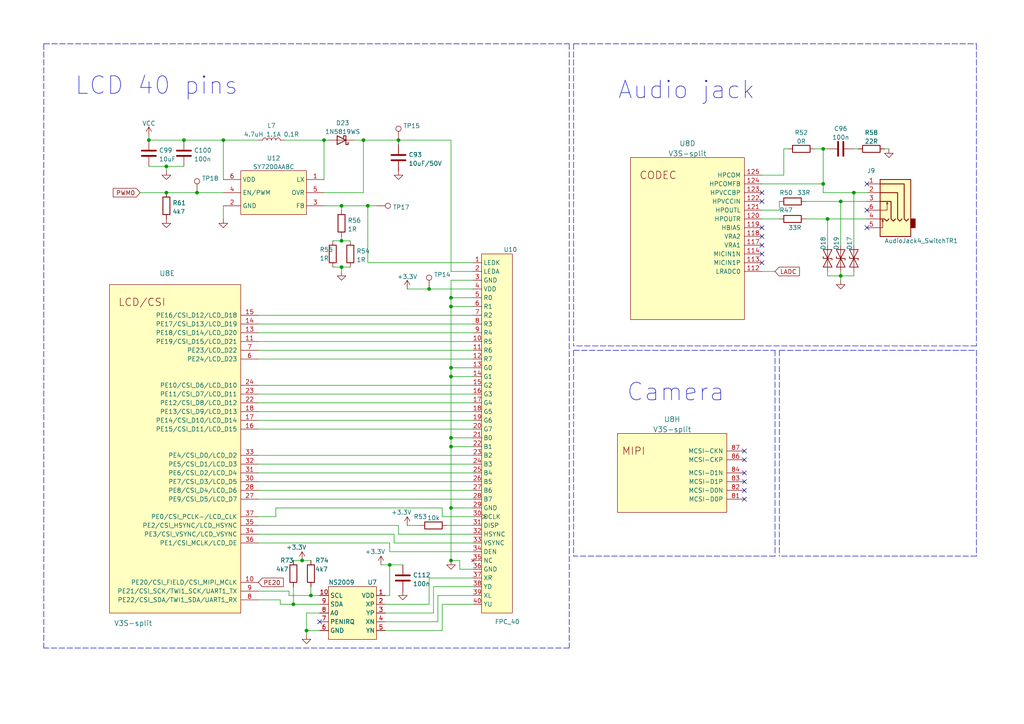
<source format=kicad_sch>
(kicad_sch (version 20211123) (generator eeschema)
  (paper "A4")
  (title_block (title "OzzyBoard Rev B") (date "2024-01-15") (rev "0.92"))
  (lib_symbols
    (symbol "Allwinner:V3S-split" (pin_names (offset 1.016))
      (property "Reference" "U1" (at -2.54 68.879 0))
      (property "Value" "V3S-split" (at -20.32 -34.29 0))
      (symbol "V3S-split_1_0"
        (text "Power" (at -16.51 60.96 0) (effects (font (size 2.159 2.159)) (justify left bottom)))
        (pin power_in line (at 19.05 33.02 180) (length 5.08) (name "VCC-IO0") (number "104"))
        (pin power_in line (at 19.05 49.53 180) (length 5.08) (name "VDD-SYS1") (number "108"))
        (pin power_in line (at -22.86 31.75 0) (length 5.08) (name "AVCC") (number "115"))
        (pin power_in line (at -22.86 29.21 0) (length 5.08) (name "AGND") (number "116"))
        (pin power_in line (at 19.05 -5.08 180) (length 5.08) (name "VCC-PE0") (number "12"))
        (pin power_in line (at 19.05 46.99 180) (length 5.08) (name "VDD-SYS2") (number "126"))
        (pin power_in line (at 19.05 30.48 180) (length 5.08) (name "VCC-IO1") (number "127"))
        (pin power_in line (at 19.05 44.45 180) (length 5.08) (name "VDD-SYS3") (number "19"))
        (pin power_in line (at -22.86 49.53 0) (length 5.08) (name "VDD-CPU3") (number "20"))
        (pin power_in line (at -22.86 52.07 0) (length 5.08) (name "VDD-CPU2") (number "21"))
        (pin power_in line (at -22.86 54.61 0) (length 5.08) (name "VDD-CPU1") (number "25"))
        (pin power_in line (at -22.86 57.15 0) (length 5.08) (name "VDD-CPU0") (number "26"))
        (pin power_in line (at 19.05 -7.62 180) (length 5.08) (name "VCC-PE1") (number "29"))
        (pin power_in line (at -22.86 46.99 0) (length 5.08) (name "VDD-CPU4") (number "38"))
        (pin power_in line (at -22.86 44.45 0) (length 5.08) (name "VDD-CPU5") (number "47"))
        (pin power_in line (at 19.05 25.4 180) (length 5.08) (name "VCC-IO3") (number "50"))
        (pin power_in line (at -22.86 41.91 0) (length 5.08) (name "VDD-CPU6") (number "51"))
        (pin power_in line (at -22.86 39.37 0) (length 5.08) (name "VDD-CPU7") (number "56"))
        (pin power_in line (at 19.05 27.94 180) (length 5.08) (name "VCC-IO2") (number "57"))
        (pin power_in line (at 19.05 41.91 180) (length 5.08) (name "VDD-SYS4") (number "58"))
        (pin power_in line (at -22.86 -30.48 0) (length 5.08) (name "VCC-DRAM8") (number "59"))
        (pin power_in line (at -22.86 -33.02 0) (length 5.08) (name "VCC-DRAM9") (number "60"))
        (pin power_in line (at -22.86 -35.56 0) (length 5.08) (name "VCC-DRAM10") (number "61"))
        (pin power_in line (at -22.86 -38.1 0) (length 5.08) (name "VCC-DRAM11") (number "62"))
        (pin passive line (at -22.86 20.32 0) (length 5.08) (name "SVREF1") (number "63"))
        (pin power_in line (at 19.05 39.37 180) (length 5.08) (name "VDD-SYS5") (number "64"))
        (pin power_in line (at -22.86 -10.16 0) (length 5.08) (name "VCC-DRAM0") (number "65"))
        (pin power_in line (at -22.86 -12.7 0) (length 5.08) (name "VCC-DRAM1") (number "66"))
        (pin power_in line (at -22.86 -15.24 0) (length 5.08) (name "VCC-DRAM2") (number "67"))
        (pin power_in line (at -22.86 -17.78 0) (length 5.08) (name "VCC-DRAM3") (number "68"))
        (pin power_in line (at -22.86 -20.32 0) (length 5.08) (name "VCC-DRAM4") (number "69"))
        (pin power_in line (at -22.86 -22.86 0) (length 5.08) (name "VCC-DRAM5") (number "70"))
        (pin passive line (at -22.86 22.86 0) (length 5.08) (name "SVREF0") (number "71"))
        (pin power_in line (at -22.86 -25.4 0) (length 5.08) (name "VCC-DRAM6") (number "72"))
        (pin passive line (at 19.05 -12.7 180) (length 5.08) (name "SZQ") (number "73"))
        (pin power_in line (at 19.05 3.81 180) (length 5.08) (name "VCC-PLL") (number "76"))
        (pin power_in line (at -22.86 -27.94 0) (length 5.08) (name "VCC-DRAM7") (number "79"))
        (pin power_in line (at 19.05 52.07 180) (length 5.08) (name "VDD-SYS0") (number "80"))
        (pin input line (at 19.05 6.35 180) (length 5.08) (name "VCC-MCSI") (number "85"))
        (pin passive line (at -22.86 2.54 0) (length 5.08) (name "EPHY-VDD") (number "88"))
        (pin passive line (at -22.86 5.08 0) (length 5.08) (name "EPHY-VCC") (number "93"))
        (pin passive line (at 19.05 13.97 180) (length 5.08) (name "RTC-VIO") (number "97"))
        (pin power_in line (at 19.05 16.51 180) (length 5.08) (name "VCC-RTC") (number "98"))
        (pin input inverted (at 19.05 62.23 180) (length 5.08) (name "RESET") (number "99"))
        (pin power_in line (at 19.05 -38.1 180) (length 5.08) (name "EGND") (number "GND$1"))
        (pin power_in line (at 19.05 -35.56 180) (length 5.08) (name "EGND") (number "GND$2"))
        (pin power_in line (at 19.05 -33.02 180) (length 5.08) (name "EGND") (number "GND$3"))
        (pin power_in line (at 19.05 -30.48 180) (length 5.08) (name "EGND") (number "GND$4"))
        (pin power_in line (at 19.05 -27.94 180) (length 5.08) (name "EGND") (number "GND$5"))
        (pin power_in line (at 19.05 -25.4 180) (length 5.08) (name "EGND") (number "GND$6"))
        (pin power_in line (at 19.05 -22.86 180) (length 5.08) (name "EGND") (number "GND$7"))
        (pin power_in line (at 19.05 -20.32 180) (length 5.08) (name "EGND") (number "GND$8"))
        (pin power_in line (at 19.05 -17.78 180) (length 5.08) (name "EGND") (number "GND$9"))
      )
      (symbol "V3S-split_1_1"
        (rectangle (start -17.78 66.04) (end 13.97 -45.72) (stroke (width 0.1524)) (fill (type background)))
      )
      (symbol "V3S-split_2_0"
        (text "SDC0/UART0" (at -16.51 55.88 0) (effects (font (size 2.159 2.159)) (justify left bottom)))
        (pin bidirectional line (at 19.05 31.75 180) (length 5.08) (name "PF6") (number "100"))
        (pin bidirectional line (at 19.05 46.99 180) (length 5.08) (name "PF5/SDC0_D2/JTAG_CK1") (number "101"))
        (pin bidirectional line (at 19.05 44.45 180) (length 5.08) (name "PF4/SDC0_D3/UART0_RX") (number "102"))
        (pin bidirectional line (at 19.05 39.37 180) (length 5.08) (name "PF3/SDC0_CMD/JTAG_DO1") (number "103"))
        (pin bidirectional line (at 19.05 36.83 180) (length 5.08) (name "PF2/SDC0_CLK/UART0_TX") (number "105"))
        (pin bidirectional line (at 19.05 52.07 180) (length 5.08) (name "PF1/SDC0_D0/JTAG_DI1") (number "106"))
        (pin bidirectional line (at 19.05 49.53 180) (length 5.08) (name "PF0/SDC0_D1/JTAG_MS1") (number "107"))
      )
      (symbol "V3S-split_2_1"
        (rectangle (start -17.78 64.77) (end 13.97 27.94) (stroke (width 0.1524)) (fill (type background)))
      )
      (symbol "V3S-split_3_0"
        (text "PG/SDC1" (at -10.16 58.42 0) (effects (font (size 2.159 2.159)) (justify left bottom)))
        (pin bidirectional line (at 19.05 44.45 180) (length 5.08) (name "PG4/SDC1_D2/PG_EINT4") (number "1"))
        (pin bidirectional line (at 19.05 41.91 180) (length 5.08) (name "PG5/SDC1_D3/PG_EINT5") (number "128"))
        (pin bidirectional line (at 19.05 46.99 180) (length 5.08) (name "PG3/SDC1_D1/PG_EINT3") (number "2"))
        (pin bidirectional line (at 19.05 49.53 180) (length 5.08) (name "PG2/SDC1_D0/PG_EINT2") (number "3"))
        (pin bidirectional line (at 19.05 52.07 180) (length 5.08) (name "PG1/SDC1_CMD/PG_EINT1") (number "4"))
        (pin bidirectional line (at 19.05 54.61 180) (length 5.08) (name "PG0/SDC1_CLK/PG_EINT0") (number "5"))
      )
      (symbol "V3S-split_3_1"
        (rectangle (start -17.78 64.77) (end 13.97 38.1) (stroke (width 0.1524)) (fill (type background)))
      )
      (symbol "V3S-split_4_0"
        (text "CODEC" (at -15.24 58.42 0) (effects (font (size 2.159 2.159)) (justify left bottom)))
        (pin passive line (at 20.32 31.75 180) (length 5.08) (name "LRADC0") (number "112"))
        (pin passive line (at 20.32 34.29 180) (length 5.08) (name "MICIN1P") (number "113"))
        (pin passive line (at 20.32 36.83 180) (length 5.08) (name "MICIN1N") (number "114"))
        (pin power_out line (at 20.32 39.37 180) (length 5.08) (name "VRA1") (number "117"))
        (pin power_out line (at 20.32 41.91 180) (length 5.08) (name "VRA2") (number "118"))
        (pin passive line (at 20.32 44.45 180) (length 5.08) (name "HBIAS") (number "119"))
        (pin passive line (at 20.32 46.99 180) (length 5.08) (name "HPOUTR") (number "120"))
        (pin passive line (at 20.32 49.53 180) (length 5.08) (name "HPOUTL") (number "121"))
        (pin power_in line (at 20.32 52.07 180) (length 5.08) (name "HPVCCIN") (number "122"))
        (pin power_out line (at 20.32 54.61 180) (length 5.08) (name "HPVCCBP") (number "123"))
        (pin passive line (at 20.32 57.15 180) (length 5.08) (name "HPCOMFB") (number "124"))
        (pin passive line (at 20.32 59.69 180) (length 5.08) (name "HPCOM") (number "125"))
      )
      (symbol "V3S-split_4_1"
        (rectangle (start -17.78 64.77) (end 15.24 17.78) (stroke (width 0.1524)) (fill (type background)))
      )
      (symbol "V3S-split_5_0"
        (text "LCD/CSI" (at -19.05 58.42 0) (effects (font (size 2.159 2.159)) (justify left bottom)))
        (pin bidirectional line (at 21.59 -21.59 180) (length 5.08) (name "PE20/CSI_FIELD/CSI_MIPI_MCLK") (number "10"))
        (pin bidirectional line (at 21.59 48.26 180) (length 5.08) (name "PE19/CSI_D15/LCD_D21") (number "11"))
        (pin bidirectional line (at 21.59 50.8 180) (length 5.08) (name "PE18/CSI_D14/LCD_D20") (number "13"))
        (pin bidirectional line (at 21.59 53.34 180) (length 5.08) (name "PE17/CSI_D13/LCD_D19") (number "14"))
        (pin bidirectional line (at 21.59 55.88 180) (length 5.08) (name "PE16/CSI_D12/LCD_D18") (number "15"))
        (pin bidirectional line (at 21.59 22.86 180) (length 5.08) (name "PE15/CSI_D11/LCD_D15") (number "16"))
        (pin bidirectional line (at 21.59 25.4 180) (length 5.08) (name "PE14/CSI_D10/LCD_D14") (number "17"))
        (pin bidirectional line (at 21.59 27.94 180) (length 5.08) (name "PE13/CSI_D9/LCD_D13") (number "18"))
        (pin bidirectional line (at 21.59 30.48 180) (length 5.08) (name "PE12/CSI_D8/LCD_D12") (number "22"))
        (pin bidirectional line (at 21.59 33.02 180) (length 5.08) (name "PE11/CSI_D7/LCD_D11") (number "23"))
        (pin bidirectional line (at 21.59 35.56 180) (length 5.08) (name "PE10/CSI_D6/LCD_D10") (number "24"))
        (pin bidirectional line (at 21.59 2.54 180) (length 5.08) (name "PE9/CSI_D5/LCD_D7") (number "27"))
        (pin bidirectional line (at 21.59 5.08 180) (length 5.08) (name "PE8/CSI_D4/LCD_D6") (number "28"))
        (pin bidirectional line (at 21.59 7.62 180) (length 5.08) (name "PE7/CSI_D3/LCD_D5") (number "30"))
        (pin bidirectional line (at 21.59 10.16 180) (length 5.08) (name "PE6/CSI_D2/LCD_D4") (number "31"))
        (pin bidirectional line (at 21.59 12.7 180) (length 5.08) (name "PE5/CSI_D1/LCD_D3") (number "32"))
        (pin bidirectional line (at 21.59 15.24 180) (length 5.08) (name "PE4/CSI_D0/LCD_D2") (number "33"))
        (pin bidirectional line (at 21.59 -7.62 180) (length 5.08) (name "PE3/CSI_VSYNC/LCD_VSYNC") (number "34"))
        (pin bidirectional line (at 21.59 -5.08 180) (length 5.08) (name "PE2/CSI_HSYNC/LCD_HSYNC") (number "35"))
        (pin bidirectional line (at 21.59 -10.16 180) (length 5.08) (name "PE1/CSI_MCLK/LCD_DE") (number "36"))
        (pin bidirectional line (at 21.59 -2.54 180) (length 5.08) (name "PE0/CSI_PCLK-/LCD_CLK") (number "37"))
        (pin bidirectional line (at 21.59 43.18 180) (length 5.08) (name "PE24/LCD_D23") (number "6"))
        (pin bidirectional line (at 21.59 45.72 180) (length 5.08) (name "PE23/LCD_D22") (number "7"))
        (pin bidirectional line (at 21.59 -26.67 180) (length 5.08) (name "PE22/CSI_SDA/TWI1_SDA/UART1_RX") (number "8"))
        (pin bidirectional line (at 21.59 -24.13 180) (length 5.08) (name "PE21/CSI_SCK/TWI1_SCK/UART1_TX") (number "9"))
      )
      (symbol "V3S-split_5_1"
        (rectangle (start -21.59 64.77) (end 16.51 -30.48) (stroke (width 0.1524)) (fill (type background)))
      )
      (symbol "V3S-split_6_0"
        (text "USB" (at -16.51 58.42 0) (effects (font (size 2.159 2.159)) (justify left bottom)))
        (pin power_in line (at 19.05 53.34 180) (length 5.08) (name "VCC-USB") (number "109"))
        (pin passive line (at 19.05 55.88 180) (length 5.08) (name "USB-DM") (number "110"))
        (pin passive line (at 19.05 58.42 180) (length 5.08) (name "USB-DP") (number "111"))
      )
      (symbol "V3S-split_6_1"
        (rectangle (start -17.78 64.77) (end 13.97 48.26) (stroke (width 0.1524)) (fill (type background)))
      )
      (symbol "V3S-split_7_0"
        (text "RTC" (at -16.51 58.42 0) (effects (font (size 2.159 2.159)) (justify left bottom)))
        (pin passive line (at 19.05 57.15 180) (length 5.08) (name "X32KOUT") (number "95"))
        (pin passive line (at 19.05 59.69 180) (length 5.08) (name "X32KIN") (number "96"))
      )
      (symbol "V3S-split_7_1"
        (rectangle (start -17.78 64.77) (end 13.97 53.34) (stroke (width 0.1524)) (fill (type background)))
      )
      (symbol "V3S-split_8_0"
        (rectangle (start -17.78 64.77) (end 13.97 41.91) (stroke (width 0.1524)) (fill (type background)))
        (text "MIPI" (at -16.51 58.42 0) (effects (font (size 2.159 2.159)) (justify left bottom)))
        (pin input line (at 19.05 45.72 180) (length 5.08) (name "MCSI-D0P") (number "81"))
        (pin input line (at 19.05 48.26 180) (length 5.08) (name "MCSI-D0N") (number "82"))
        (pin input line (at 19.05 50.8 180) (length 5.08) (name "MCSI-D1P") (number "83"))
        (pin input line (at 19.05 53.34 180) (length 5.08) (name "MCSI-D1N") (number "84"))
        (pin output line (at 19.05 57.15 180) (length 5.08) (name "MCSI-CKP") (number "86"))
        (pin output line (at 19.05 59.69 180) (length 5.08) (name "MCSI-CKN") (number "87"))
      )
      (symbol "V3S-split_9_0"
        (rectangle (start -17.78 64.77) (end 13.97 44.45) (stroke (width 0.1524)) (fill (type background)))
        (text "SPI" (at -15.24 58.42 0) (effects (font (size 2.159 2.159)) (justify left bottom)))
        (pin bidirectional line (at 19.05 48.26 180) (length 5.08) (name "PC0/SDC2_CLK/SPI_MISO") (number "52"))
        (pin bidirectional line (at 19.05 50.8 180) (length 5.08) (name "PC1/SDC2_CMD/SPI_CLK") (number "53"))
        (pin bidirectional line (at 19.05 53.34 180) (length 5.08) (name "PC2/SDC2_RST/SPI_CS") (number "54"))
        (pin bidirectional line (at 19.05 55.88 180) (length 5.08) (name "PC3/SDC2_D0/SPI_MOSI") (number "55"))
      )
      (symbol "V3S-split_10_0"
        (rectangle (start -17.78 64.77) (end 13.97 53.34) (stroke (width 0.1524)) (fill (type background)))
        (text "SYSCLK" (at -16.51 59.69 0) (effects (font (size 2.159 2.159)) (justify left bottom)))
        (pin passive line (at 19.05 55.88 180) (length 5.08) (name "X24MOUT") (number "74"))
        (pin passive line (at 19.05 58.42 180) (length 5.08) (name "X24MIN") (number "75"))
      )
      (symbol "V3S-split_11_0"
        (rectangle (start -22.86 64.77) (end 15.24 10.16) (stroke (width 0.1524)) (fill (type background)))
        (text "PWM0/1" (at -21.59 39.37 0) (effects (font (size 2.159 2.159)) (justify left bottom)))
        (text "TWI0/1" (at -21.59 27.94 0) (effects (font (size 2.159 2.159)) (justify left bottom)))
        (text "UART2" (at -21.59 57.15 0) (effects (font (size 2.159 2.159)) (justify left bottom)))
        (pin bidirectional line (at 20.32 46.99 180) (length 5.08) (name "PB0/UART2_TX/PB_EINT0") (number "39"))
        (pin bidirectional line (at 20.32 49.53 180) (length 5.08) (name "PB1/UART2_RX/PB_EINT1") (number "40"))
        (pin bidirectional line (at 20.32 52.07 180) (length 5.08) (name "PB2/UART2_RTS/PB_EINT2") (number "41"))
        (pin bidirectional line (at 20.32 54.61 180) (length 5.08) (name "PB3/UART2_CTS/PB_EINT3") (number "42"))
        (pin bidirectional line (at 20.32 34.29 180) (length 5.08) (name "PB4/PWM0/PB_EINT4") (number "43"))
        (pin bidirectional line (at 20.32 36.83 180) (length 5.08) (name "PB5/PWM1/PB_EINT5") (number "44"))
        (pin bidirectional line (at 20.32 15.24 180) (length 5.08) (name "PB6/TWI0_SCK/PB_EINT6") (number "45"))
        (pin bidirectional line (at 20.32 17.78 180) (length 5.08) (name "PB7/TWI0_SDA/PB_EINT7") (number "46"))
        (pin bidirectional line (at 20.32 22.86 180) (length 5.08) (name "PB8/TWI1_SCK/UART0_TX/PB_EINT8") (number "48"))
        (pin bidirectional line (at 20.32 25.4 180) (length 5.08) (name "PB9/TWI1_SDA/UART0_RX/PB_EINT9") (number "49"))
      )
      (symbol "V3S-split_12_0"
        (rectangle (start -17.78 64.77) (end 13.97 36.83) (stroke (width 0.1524)) (fill (type background)))
        (text "EPHY" (at -15.24 59.69 0) (effects (font (size 2.159 2.159)) (justify left bottom)))
        (pin passive line (at 19.05 40.64 180) (length 5.08) (name "EPHY-LINK-LED") (number "77"))
        (pin passive line (at 19.05 43.18 180) (length 5.08) (name "EPHY-SPD-LED") (number "78"))
        (pin passive line (at 19.05 48.26 180) (length 5.08) (name "EPHY-RXN") (number "89"))
        (pin passive line (at 19.05 50.8 180) (length 5.08) (name "EPHY-RXP") (number "90"))
        (pin passive line (at 19.05 53.34 180) (length 5.08) (name "EPHY-TXN") (number "91"))
        (pin passive line (at 19.05 55.88 180) (length 5.08) (name "EPHY-TXP") (number "92"))
        (pin passive line (at 19.05 58.42 180) (length 5.08) (name "EPHY-RTX") (number "94"))
      )
    )
    (symbol "Connector:AudioJack4_SwitchTR1"
      (property "Reference" "J6" (at 5.08 8.89 0))
      (property "Value" "AudioJack4_SwitchTR1" (at 0 -11.43 0))
      (symbol "AudioJack4_SwitchTR1_0_1"
        (rectangle (start -7.62 -5.08) (end -8.89 -7.62) (stroke (width 0.254)) (fill (type outline)))
        (polyline (pts (xy 1.27 -5.08) (xy 2.54 -5.08)))
        (polyline (pts (xy 1.27 2.54) (xy 2.54 2.54)))
        (polyline (pts (xy 2.54 0) (xy 1.27 0)))
        (polyline (pts (xy 2.54 5.08) (xy 1.27 5.08)))
        (rectangle (start 1.27 6.35) (end -7.62 -10.16) (stroke (width 0.254)) (fill (type background)))
      )
      (symbol "AudioJack4_SwitchTR1_1_1"
        (polyline (pts (xy -0.762 -0.254) (xy -0.508 -0.762)))
        (polyline (pts (xy 0.508 -5.334) (xy 0.762 -5.842)))
        (polyline (pts (xy -1.27 -5.08) (xy -0.635 -5.715) (xy 0 -5.08) (xy 1.27 -5.08)) (stroke (width 0.254)))
        (polyline (pts (xy 2.54 -7.62) (xy 0.508 -7.62) (xy 0.508 -5.334) (xy 0.254 -5.842)))
        (polyline (pts (xy 2.54 -2.54) (xy -0.762 -2.54) (xy -0.762 -0.254) (xy -1.016 -0.762)))
        (polyline (pts (xy -3.175 -5.08) (xy -2.54 -5.715) (xy -1.905 -5.08) (xy -1.905 0) (xy 1.27 0)) (stroke (width 0.254)))
        (polyline (pts (xy 1.27 2.54) (xy -3.81 2.54) (xy -3.81 -5.08) (xy -4.445 -5.715) (xy -5.08 -5.08)) (stroke (width 0.254)))
        (polyline (pts (xy 1.27 5.08) (xy -5.715 5.08) (xy -5.715 -5.08) (xy -6.35 -5.715) (xy -6.985 -5.08)) (stroke (width 0.254)))
        (pin passive line (at 5.08 5.08 180) (length 2.54) (name "~") (number "1"))
        (pin passive line (at 5.08 2.54 180) (length 2.54) (name "~") (number "2"))
        (pin passive line (at 5.08 0 180) (length 2.54) (name "~") (number "3"))
        (pin passive line (at 5.08 -5.08 180) (length 2.54) (name "~") (number "4"))
        (pin passive line (at 5.08 -7.62 180) (length 2.54) (name "~") (number "5"))
        (pin passive line (at 5.08 -2.54 180) (length 2.54) (name "~") (number "6"))
      )
    )
    (symbol "Connector:TestPoint" (pin_numbers hide) (pin_names (offset 0.762) hide)
      (property "Reference" "TP" (at 0 6.858 0))
      (property "Value" "TestPoint" (at 0 5.08 0))
      (symbol "TestPoint_0_1"
        (circle (center 0 3.302) (radius 0.762))
      )
      (symbol "TestPoint_1_1"
        (pin passive line (at 0 0 90) (length 2.54) (name "1") (number "1"))
      )
    )
    (symbol "Device:C" (pin_numbers hide) (pin_names (offset 0.254))
      (property "Reference" "C" (at 0.635 2.54 0))
      (property "Value" "C" (at 0.635 -2.54 0))
      (symbol "C_0_1"
        (polyline (pts (xy -2.032 -0.762) (xy 2.032 -0.762)) (stroke (width 0.508)))
        (polyline (pts (xy -2.032 0.762) (xy 2.032 0.762)) (stroke (width 0.508)))
      )
      (symbol "C_1_1"
        (pin passive line (at 0 3.81 270) (length 2.794) (name "~") (number "1"))
        (pin passive line (at 0 -3.81 90) (length 2.794) (name "~") (number "2"))
      )
    )
    (symbol "Device:L" (pin_numbers hide) (pin_names (offset 1.016) hide)
      (property "Reference" "L" (at -1.27 0 90))
      (property "Value" "L" (at 1.905 0 90))
      (symbol "L_0_1"
        (arc (start 0 -2.54) (mid 0.635 -1.905) (end 0 -1.27))
        (arc (start 0 -1.27) (mid 0.635 -0.635) (end 0 0))
        (arc (start 0 0) (mid 0.635 0.635) (end 0 1.27))
        (arc (start 0 1.27) (mid 0.635 1.905) (end 0 2.54))
      )
      (symbol "L_1_1"
        (pin passive line (at 0 3.81 270) (length 1.27) (name "1") (number "1"))
        (pin passive line (at 0 -3.81 90) (length 1.27) (name "2") (number "2"))
      )
    )
    (symbol "Device:R" (pin_numbers hide) (pin_names (offset 0))
      (property "Reference" "R" (at 2.032 0 90))
      (property "Value" "R" (at 0 0 90))
      (symbol "R_0_1"
        (rectangle (start -1.016 -2.54) (end 1.016 2.54) (stroke (width 0.254)))
      )
      (symbol "R_1_1"
        (pin passive line (at 0 3.81 270) (length 1.27) (name "~") (number "1"))
        (pin passive line (at 0 -3.81 90) (length 1.27) (name "~") (number "2"))
      )
    )
    (symbol "Diode:1N5819WS" (pin_numbers hide) (pin_names (offset 1.016) hide)
      (property "Reference" "D" (at 0 2.54 0))
      (property "Value" "1N5819WS" (at 0 -2.54 0))
      (symbol "1N5819WS_0_1"
        (polyline (pts (xy 1.27 0) (xy -1.27 0)))
        (polyline (pts (xy 1.27 1.27) (xy 1.27 -1.27) (xy -1.27 0) (xy 1.27 1.27)) (stroke (width 0.254)))
        (polyline (pts (xy -1.905 0.635) (xy -1.905 1.27) (xy -1.27 1.27) (xy -1.27 -1.27) (xy -0.635 -1.27) (xy -0.635 -0.635)) (stroke (width 0.254)))
      )
      (symbol "1N5819WS_1_1"
        (pin passive line (at -3.81 0 0) (length 2.54) (name "K") (number "1"))
        (pin passive line (at 3.81 0 180) (length 2.54) (name "A") (number "2"))
      )
    )
    (symbol "Diode:ESD9B3.3ST5G" (pin_numbers hide) (pin_names (offset 1.016) hide)
      (property "Reference" "D" (at 0 2.54 0))
      (property "Value" "ESD9B3.3ST5G" (at 0 -2.54 0))
      (symbol "ESD9B3.3ST5G_0_1"
        (polyline (pts (xy 1.27 0) (xy -1.27 0)))
        (polyline (pts (xy -2.54 -1.27) (xy 0 0) (xy -2.54 1.27) (xy -2.54 -1.27)) (stroke (width 0.2032)))
        (polyline (pts (xy 0.508 1.27) (xy 0 1.27) (xy 0 -1.27) (xy -0.508 -1.27)) (stroke (width 0.2032)))
        (polyline (pts (xy 2.54 1.27) (xy 2.54 -1.27) (xy 0 0) (xy 2.54 1.27)) (stroke (width 0.2032)))
      )
      (symbol "ESD9B3.3ST5G_1_1"
        (pin passive line (at -3.81 0 0) (length 2.54) (name "A1") (number "1"))
        (pin passive line (at 3.81 0 180) (length 2.54) (name "A2") (number "2"))
      )
    )
    (symbol "FPC_SCREENS:FPC_40"
      (property "Reference" "U" (at 3.81 49.53 0))
      (property "Value" "FPC_40" (at 2.54 -58.42 0))
      (property "LCSC" "C202114" (at 0 0 0))
      (symbol "FPC_40_0_1"
        (rectangle (start -3.81 48.26) (end 5.08 -55.88) (stroke (width 0.1524)) (fill (type background)))
      )
      (symbol "FPC_40_1_1"
        (pin input line (at -6.35 45.72 0) (length 2.54) (name "LEDK") (number "1"))
        (pin input line (at -6.35 22.86 0) (length 2.54) (name "R5") (number "10"))
        (pin input line (at -6.35 20.32 0) (length 2.54) (name "R6") (number "11"))
        (pin input line (at -6.35 17.78 0) (length 2.54) (name "R7") (number "12"))
        (pin input line (at -6.35 15.24 0) (length 2.54) (name "G0") (number "13"))
        (pin input line (at -6.35 12.7 0) (length 2.54) (name "G1") (number "14"))
        (pin input line (at -6.35 10.16 0) (length 2.54) (name "G2") (number "15"))
        (pin input line (at -6.35 7.62 0) (length 2.54) (name "G3") (number "16"))
        (pin input line (at -6.35 5.08 0) (length 2.54) (name "G4") (number "17"))
        (pin input line (at -6.35 2.54 0) (length 2.54) (name "G5") (number "18"))
        (pin input line (at -6.35 0 0) (length 2.54) (name "G6") (number "19"))
        (pin input line (at -6.35 43.18 0) (length 2.54) (name "LEDA") (number "2"))
        (pin input line (at -6.35 -2.54 0) (length 2.54) (name "G7") (number "20"))
        (pin input line (at -6.35 -5.08 0) (length 2.54) (name "B0") (number "21"))
        (pin input line (at -6.35 -7.62 0) (length 2.54) (name "B1") (number "22"))
        (pin input line (at -6.35 -10.16 0) (length 2.54) (name "B2") (number "23"))
        (pin input line (at -6.35 -12.7 0) (length 2.54) (name "B3") (number "24"))
        (pin input line (at -6.35 -15.24 0) (length 2.54) (name "B4") (number "25"))
        (pin input line (at -6.35 -17.78 0) (length 2.54) (name "B5") (number "26"))
        (pin input line (at -6.35 -20.32 0) (length 2.54) (name "B6") (number "27"))
        (pin input line (at -6.35 -22.86 0) (length 2.54) (name "B7") (number "28"))
        (pin power_in line (at -6.35 -25.4 0) (length 2.54) (name "GND") (number "29"))
        (pin power_in line (at -6.35 40.64 0) (length 2.54) (name "GND") (number "3"))
        (pin input clock (at -6.35 -27.94 0) (length 2.54) (name "DCLK") (number "30"))
        (pin input line (at -6.35 -30.48 0) (length 2.54) (name "DISP") (number "31"))
        (pin input line (at -6.35 -33.02 0) (length 2.54) (name "HSYNC") (number "32"))
        (pin input line (at -6.35 -35.56 0) (length 2.54) (name "VSYNC") (number "33"))
        (pin input line (at -6.35 -38.1 0) (length 2.54) (name "DEN") (number "34"))
        (pin no_connect line (at -6.35 -40.64 0) (length 2.54) (name "NC") (number "35"))
        (pin power_in line (at -6.35 -43.18 0) (length 2.54) (name "GND") (number "36"))
        (pin output line (at -6.35 -45.72 0) (length 2.54) (name "XR") (number "37"))
        (pin output line (at -6.35 -48.26 0) (length 2.54) (name "YD") (number "38"))
        (pin output line (at -6.35 -50.8 0) (length 2.54) (name "XL") (number "39"))
        (pin power_in line (at -6.35 38.1 0) (length 2.54) (name "VDD") (number "4"))
        (pin output line (at -6.35 -53.34 0) (length 2.54) (name "YU") (number "40"))
        (pin input line (at -6.35 35.56 0) (length 2.54) (name "R0") (number "5"))
        (pin input line (at -6.35 33.02 0) (length 2.54) (name "R1") (number "6"))
        (pin input line (at -6.35 30.48 0) (length 2.54) (name "R2") (number "7"))
        (pin input line (at -6.35 27.94 0) (length 2.54) (name "R3") (number "8"))
        (pin input line (at -6.35 25.4 0) (length 2.54) (name "R4") (number "9"))
      )
    )
    (symbol "LED_DRIVER:SY7200AABC"
      (property "Reference" "U" (at 7.62 8.89 0))
      (property "Value" "SY7200AABC" (at 3.81 -6.35 0))
      (symbol "SY7200AABC_0_1"
        (rectangle (start -10.16 7.62) (end 8.89 -5.08) (stroke (width 0.1524)) (fill (type background)))
      )
      (symbol "SY7200AABC_1_0"
        (pin power_out line (at 13.97 5.08 180) (length 5.08) (name "LX") (number "1"))
        (pin power_in line (at -15.24 -2.54 0) (length 5.08) (name "GND") (number "2"))
        (pin input line (at 13.97 -2.54 180) (length 5.08) (name "FB") (number "3"))
        (pin input line (at -15.24 1.27 0) (length 5.08) (name "EN/PWM") (number "4"))
        (pin input line (at 13.97 1.27 180) (length 5.08) (name "OVR") (number "5"))
        (pin power_in line (at -15.24 5.08 0) (length 5.08) (name "VDD") (number "6"))
      )
    )
    (symbol "custom:NS2009"
      (property "Reference" "U" (at -6.35 5.08 0))
      (property "Value" "NS2009" (at 3.81 5.08 0))
      (symbol "NS2009_0_1"
        (rectangle (start -7.62 3.81) (end 6.35 -11.43) (stroke (width 0.1524)) (fill (type background)))
      )
      (symbol "NS2009_1_1"
        (pin power_in line (at -10.16 1.27 0) (length 2.54) (name "VDD") (number "1"))
        (pin bidirectional line (at 8.89 1.27 180) (length 2.54) (name "SCL") (number "10"))
        (pin input line (at -10.16 -1.27 0) (length 2.54) (name "XP") (number "2"))
        (pin input line (at -10.16 -3.81 0) (length 2.54) (name "YP") (number "3"))
        (pin input line (at -10.16 -6.35 0) (length 2.54) (name "XN") (number "4"))
        (pin input line (at -10.16 -8.89 0) (length 2.54) (name "YN") (number "5"))
        (pin power_in line (at 8.89 -8.89 180) (length 2.54) (name "GND") (number "6"))
        (pin bidirectional line (at 8.89 -6.35 180) (length 2.54) (name "PENIRQ") (number "7"))
        (pin bidirectional line (at 8.89 -3.81 180) (length 2.54) (name "A0") (number "8"))
        (pin bidirectional line (at 8.89 -1.27 180) (length 2.54) (name "SDA") (number "9"))
      )
    )
    (symbol "power:+3.3V" (power) (pin_names (offset 0))
      (property "Value" "+3.3V" (at 0 3.556 0))
      (symbol "+3.3V_0_1"
        (polyline (pts (xy -0.762 1.27) (xy 0 2.54)))
        (polyline (pts (xy 0 0) (xy 0 2.54)))
        (polyline (pts (xy 0 2.54) (xy 0.762 1.27)))
      )
      (symbol "+3.3V_1_1"
        (pin power_in line (at 0 0 90) (length 0) hide (name "+3.3V") (number "1"))
      )
    )
    (symbol "power:GND" (power) (pin_names (offset 0))
      (property "Value" "GND" (at 0 -3.81 0))
      (symbol "GND_0_1"
        (polyline (pts (xy 0 0) (xy 0 -1.27) (xy 1.27 -1.27) (xy 0 -2.54) (xy -1.27 -1.27) (xy 0 -1.27)))
      )
      (symbol "GND_1_1"
        (pin power_in line (at 0 0 270) (length 0) hide (name "GND") (number "1"))
      )
    )
    (symbol "power:VCC" (power) (pin_names (offset 0))
      (property "Value" "VCC" (at 0 3.81 0))
      (symbol "VCC_0_1"
        (polyline (pts (xy -0.762 1.27) (xy 0 2.54)))
        (polyline (pts (xy 0 0) (xy 0 2.54)))
        (polyline (pts (xy 0 2.54) (xy 0.762 1.27)))
      )
      (symbol "VCC_1_1"
        (pin power_in line (at 0 0 90) (length 0) hide (name "VCC") (number "1"))
      )
    )
  )
  (junction (at 113.03 163.83))
  (junction (at 105.41 40.64))
  (junction (at 48.26 55.88))
  (junction (at 87.63 162.56))
  (junction (at 88.9 182.88))
  (junction (at 99.06 69.85))
  (junction (at 130.81 86.36))
  (junction (at 243.84 80.01))
  (junction (at 130.81 109.22))
  (junction (at 247.65 55.88))
  (junction (at 90.17 172.72))
  (junction (at 64.77 40.64))
  (junction (at 243.84 58.42))
  (junction (at 130.81 127))
  (junction (at 124.46 83.82))
  (junction (at 130.81 129.54))
  (junction (at 130.81 88.9))
  (junction (at 130.81 147.32))
  (junction (at 238.76 43.18))
  (junction (at 115.57 40.64))
  (junction (at 240.03 63.5))
  (junction (at 48.26 48.26))
  (junction (at 130.81 162.56))
  (junction (at 238.76 53.34))
  (junction (at 130.81 106.68))
  (junction (at 85.09 175.26))
  (junction (at 43.18 40.64))
  (junction (at 57.15 55.88))
  (junction (at 99.06 59.69))
  (junction (at 106.68 59.69))
  (junction (at 99.06 77.47))
  (junction (at 53.34 40.64))
  (junction (at 93.98 40.64))
  (no_connect (at 220.98 68.58))
  (no_connect (at 220.98 76.2))
  (no_connect (at 251.46 53.34))
  (no_connect (at 251.46 60.96))
  (no_connect (at 215.9 133.35))
  (no_connect (at 215.9 139.7))
  (no_connect (at 215.9 142.24))
  (no_connect (at 220.98 58.42))
  (no_connect (at 215.9 130.81))
  (no_connect (at 220.98 71.12))
  (no_connect (at 220.98 73.66))
  (no_connect (at 220.98 55.88))
  (no_connect (at 215.9 137.16))
  (no_connect (at 215.9 144.78))
  (no_connect (at 251.46 66.04))
  (no_connect (at 220.98 66.04))
  (no_connect (at 92.71 180.34))
  (wire (pts (xy 74.93 154.94) (xy 114.3 154.94)))
  (wire (pts (xy 99.06 68.58) (xy 99.06 69.85)))
  (polyline (pts (xy 283.21 101.6) (xy 283.21 161.29)))
  (wire (pts (xy 111.76 175.26) (xy 124.46 175.26)))
  (wire (pts (xy 128.27 147.32) (xy 128.27 149.86)))
  (wire (pts (xy 99.06 77.47) (xy 101.6 77.47)))
  (wire (pts (xy 118.11 152.4) (xy 121.92 152.4)))
  (wire (pts (xy 130.81 106.68) (xy 130.81 109.22)))
  (wire (pts (xy 238.76 43.18) (xy 240.03 43.18)))
  (wire (pts (xy 220.98 60.96) (xy 226.06 60.96)))
  (wire (pts (xy 93.98 40.64) (xy 95.25 40.64)))
  (wire (pts (xy 105.41 40.64) (xy 115.57 40.64)))
  (wire (pts (xy 92.71 175.26) (xy 85.09 175.26)))
  (wire (pts (xy 137.16 78.74) (xy 130.81 78.74)))
  (wire (pts (xy 64.77 59.69) (xy 64.77 63.5)))
  (wire (pts (xy 220.98 78.74) (xy 224.79 78.74)))
  (wire (pts (xy 243.84 80.01) (xy 247.65 80.01)))
  (wire (pts (xy 74.93 96.52) (xy 137.16 96.52)))
  (wire (pts (xy 240.03 80.01) (xy 243.84 80.01)))
  (wire (pts (xy 106.68 76.2) (xy 106.68 59.69)))
  (wire (pts (xy 74.93 121.92) (xy 137.16 121.92)))
  (wire (pts (xy 243.84 58.42) (xy 243.84 71.12)))
  (wire (pts (xy 74.93 101.6) (xy 137.16 101.6)))
  (wire (pts (xy 130.81 88.9) (xy 137.16 88.9)))
  (wire (pts (xy 74.93 139.7) (xy 137.16 139.7)))
  (wire (pts (xy 130.81 78.74) (xy 130.81 40.64)))
  (wire (pts (xy 48.26 55.88) (xy 57.15 55.88)))
  (wire (pts (xy 102.87 40.64) (xy 105.41 40.64)))
  (wire (pts (xy 48.26 48.26) (xy 53.34 48.26)))
  (wire (pts (xy 99.06 59.69) (xy 106.68 59.69)))
  (wire (pts (xy 74.93 91.44) (xy 137.16 91.44)))
  (wire (pts (xy 238.76 43.18) (xy 238.76 53.34)))
  (polyline (pts (xy 224.79 161.29) (xy 166.37 161.29)))
  (wire (pts (xy 74.93 104.14) (xy 137.16 104.14)))
  (polyline (pts (xy 165.1 187.96) (xy 12.7 187.96)))
  (wire (pts (xy 130.81 127) (xy 130.81 129.54)))
  (wire (pts (xy 80.01 147.32) (xy 128.27 147.32)))
  (wire (pts (xy 74.93 132.08) (xy 137.16 132.08)))
  (wire (pts (xy 130.81 40.64) (xy 115.57 40.64)))
  (wire (pts (xy 74.93 116.84) (xy 137.16 116.84)))
  (polyline (pts (xy 166.37 101.6) (xy 224.79 101.6)) (stroke (width 0) (type dash)))
  (wire (pts (xy 85.09 175.26) (xy 81.28 175.26)))
  (wire (pts (xy 74.93 157.48) (xy 113.03 157.48)))
  (wire (pts (xy 113.03 163.83) (xy 116.84 163.83)))
  (wire (pts (xy 109.22 59.69) (xy 106.68 59.69)))
  (wire (pts (xy 137.16 76.2) (xy 106.68 76.2)))
  (wire (pts (xy 88.9 177.8) (xy 92.71 177.8)))
  (wire (pts (xy 130.81 127) (xy 137.16 127)))
  (wire (pts (xy 96.52 77.47) (xy 99.06 77.47)))
  (wire (pts (xy 74.93 119.38) (xy 137.16 119.38)))
  (polyline (pts (xy 166.37 101.6) (xy 166.37 161.29)))
  (wire (pts (xy 127 180.34) (xy 127 172.72)))
  (wire (pts (xy 130.81 88.9) (xy 130.81 106.68)))
  (wire (pts (xy 113.03 160.02) (xy 137.16 160.02)))
  (wire (pts (xy 88.9 182.88) (xy 92.71 182.88)))
  (wire (pts (xy 233.68 58.42) (xy 243.84 58.42)))
  (wire (pts (xy 64.77 52.07) (xy 64.77 40.64)))
  (wire (pts (xy 243.84 78.74) (xy 243.84 80.01)))
  (wire (pts (xy 130.81 147.32) (xy 137.16 147.32)))
  (wire (pts (xy 130.81 129.54) (xy 137.16 129.54)))
  (wire (pts (xy 99.06 69.85) (xy 96.52 69.85)))
  (wire (pts (xy 80.01 149.86) (xy 80.01 147.32)))
  (wire (pts (xy 57.15 55.88) (xy 64.77 55.88)))
  (wire (pts (xy 105.41 55.88) (xy 105.41 40.64)))
  (wire (pts (xy 83.82 171.45) (xy 74.93 171.45)))
  (wire (pts (xy 118.11 83.82) (xy 124.46 83.82)))
  (wire (pts (xy 137.16 81.28) (xy 130.81 81.28)))
  (wire (pts (xy 220.98 53.34) (xy 238.76 53.34)))
  (wire (pts (xy 87.63 162.56) (xy 90.17 162.56)))
  (wire (pts (xy 81.28 173.99) (xy 74.93 173.99)))
  (wire (pts (xy 64.77 40.64) (xy 53.34 40.64)))
  (wire (pts (xy 74.93 134.62) (xy 137.16 134.62)))
  (wire (pts (xy 48.26 48.26) (xy 48.26 49.53)))
  (wire (pts (xy 125.73 170.18) (xy 137.16 170.18)))
  (wire (pts (xy 247.65 55.88) (xy 238.76 55.88)))
  (wire (pts (xy 240.03 78.74) (xy 240.03 80.01)))
  (wire (pts (xy 115.57 152.4) (xy 115.57 154.94)))
  (wire (pts (xy 243.84 58.42) (xy 251.46 58.42)))
  (wire (pts (xy 124.46 167.64) (xy 137.16 167.64)))
  (wire (pts (xy 40.64 55.88) (xy 48.26 55.88)))
  (wire (pts (xy 133.35 162.56) (xy 130.81 162.56)))
  (wire (pts (xy 90.17 170.18) (xy 90.17 172.72)))
  (wire (pts (xy 124.46 83.82) (xy 137.16 83.82)))
  (wire (pts (xy 64.77 40.64) (xy 74.93 40.64)))
  (polyline (pts (xy 12.7 12.7) (xy 12.7 187.96)))
  (wire (pts (xy 220.98 50.8) (xy 227.33 50.8)))
  (wire (pts (xy 233.68 63.5) (xy 240.03 63.5)))
  (wire (pts (xy 256.54 43.18) (xy 257.81 43.18)))
  (polyline (pts (xy 166.37 12.7) (xy 283.21 12.7)))
  (wire (pts (xy 99.06 69.85) (xy 101.6 69.85)))
  (wire (pts (xy 130.81 129.54) (xy 130.81 147.32)))
  (wire (pts (xy 127 172.72) (xy 137.16 172.72)))
  (polyline (pts (xy 226.06 101.6) (xy 226.06 161.29)))
  (wire (pts (xy 85.09 162.56) (xy 87.63 162.56)))
  (wire (pts (xy 220.98 63.5) (xy 226.06 63.5)))
  (wire (pts (xy 43.18 40.64) (xy 53.34 40.64)))
  (polyline (pts (xy 283.21 12.7) (xy 283.21 100.33)))
  (wire (pts (xy 238.76 55.88) (xy 238.76 53.34)))
  (wire (pts (xy 125.73 177.8) (xy 125.73 170.18)))
  (wire (pts (xy 113.03 163.83) (xy 113.03 172.72)))
  (wire (pts (xy 90.17 172.72) (xy 83.82 172.72)))
  (wire (pts (xy 93.98 40.64) (xy 82.55 40.64)))
  (polyline (pts (xy 283.21 161.29) (xy 226.06 161.29)))
  (wire (pts (xy 247.65 43.18) (xy 248.92 43.18)))
  (wire (pts (xy 130.81 106.68) (xy 137.16 106.68)))
  (wire (pts (xy 111.76 182.88) (xy 128.27 182.88)))
  (wire (pts (xy 83.82 172.72) (xy 83.82 171.45)))
  (wire (pts (xy 93.98 52.07) (xy 93.98 40.64)))
  (wire (pts (xy 115.57 154.94) (xy 137.16 154.94)))
  (wire (pts (xy 130.81 109.22) (xy 137.16 109.22)))
  (polyline (pts (xy 224.79 101.6) (xy 224.79 161.29)))
  (wire (pts (xy 93.98 59.69) (xy 99.06 59.69)))
  (wire (pts (xy 137.16 165.1) (xy 133.35 165.1)))
  (wire (pts (xy 130.81 81.28) (xy 130.81 86.36)))
  (wire (pts (xy 74.93 137.16) (xy 137.16 137.16)))
  (wire (pts (xy 247.65 80.01) (xy 247.65 78.74)))
  (wire (pts (xy 99.06 78.74) (xy 99.06 77.47)))
  (wire (pts (xy 74.93 111.76) (xy 137.16 111.76)))
  (wire (pts (xy 74.93 149.86) (xy 80.01 149.86)))
  (wire (pts (xy 130.81 86.36) (xy 137.16 86.36)))
  (wire (pts (xy 133.35 165.1) (xy 133.35 162.56)))
  (wire (pts (xy 88.9 182.88) (xy 88.9 177.8)))
  (wire (pts (xy 88.9 184.15) (xy 88.9 182.88)))
  (wire (pts (xy 114.3 154.94) (xy 114.3 157.48)))
  (wire (pts (xy 43.18 48.26) (xy 48.26 48.26)))
  (wire (pts (xy 110.49 163.83) (xy 113.03 163.83)))
  (wire (pts (xy 111.76 180.34) (xy 127 180.34)))
  (wire (pts (xy 128.27 182.88) (xy 128.27 175.26)))
  (wire (pts (xy 251.46 55.88) (xy 247.65 55.88)))
  (wire (pts (xy 113.03 157.48) (xy 113.03 160.02)))
  (wire (pts (xy 74.93 93.98) (xy 137.16 93.98)))
  (wire (pts (xy 226.06 60.96) (xy 226.06 58.42)))
  (polyline (pts (xy 226.06 101.6) (xy 283.21 101.6)))
  (wire (pts (xy 240.03 63.5) (xy 251.46 63.5)))
  (wire (pts (xy 74.93 99.06) (xy 137.16 99.06)))
  (wire (pts (xy 111.76 177.8) (xy 125.73 177.8)))
  (wire (pts (xy 124.46 175.26) (xy 124.46 167.64)))
  (wire (pts (xy 92.71 172.72) (xy 90.17 172.72)))
  (wire (pts (xy 236.22 43.18) (xy 238.76 43.18)))
  (wire (pts (xy 74.93 144.78) (xy 137.16 144.78)))
  (wire (pts (xy 43.18 39.37) (xy 43.18 40.64)))
  (wire (pts (xy 128.27 175.26) (xy 137.16 175.26)))
  (wire (pts (xy 93.98 55.88) (xy 105.41 55.88)))
  (polyline (pts (xy 166.37 12.7) (xy 166.37 100.33)))
  (polyline (pts (xy 165.1 12.7) (xy 165.1 187.96)))
  (wire (pts (xy 81.28 175.26) (xy 81.28 173.99)))
  (wire (pts (xy 99.06 59.69) (xy 99.06 60.96)))
  (wire (pts (xy 114.3 157.48) (xy 137.16 157.48)))
  (polyline (pts (xy 283.21 100.33) (xy 166.37 100.33)))
  (wire (pts (xy 247.65 55.88) (xy 247.65 71.12)))
  (wire (pts (xy 130.81 86.36) (xy 130.81 88.9)))
  (wire (pts (xy 74.93 124.46) (xy 137.16 124.46)))
  (polyline (pts (xy 12.7 12.7) (xy 165.1 12.7)))
  (wire (pts (xy 74.93 142.24) (xy 137.16 142.24)))
  (wire (pts (xy 115.57 40.64) (xy 115.57 41.91)))
  (wire (pts (xy 240.03 63.5) (xy 240.03 71.12)))
  (wire (pts (xy 227.33 43.18) (xy 227.33 50.8)))
  (wire (pts (xy 85.09 170.18) (xy 85.09 175.26)))
  (wire (pts (xy 111.76 172.72) (xy 113.03 172.72)))
  (wire (pts (xy 74.93 152.4) (xy 115.57 152.4)))
  (wire (pts (xy 130.81 147.32) (xy 130.81 162.56)))
  (wire (pts (xy 74.93 114.3) (xy 137.16 114.3)))
  (wire (pts (xy 129.54 152.4) (xy 137.16 152.4)))
  (wire (pts (xy 130.81 109.22) (xy 130.81 127)))
  (wire (pts (xy 243.84 80.01) (xy 243.84 81.28)))
  (wire (pts (xy 228.6 43.18) (xy 227.33 43.18)))
  (wire (pts (xy 128.27 149.86) (xy 137.16 149.86)))
  (text "Audio jack" (at 179.07 29.21 0) (effects (font (size 5.08 5.08)) (justify left bottom)))
  (text "Camera" (at 181.61 116.84 0) (effects (font (size 5.08 5.08)) (justify left bottom)))
  (text "LCD 40 pins" (at 21.59 27.94 0) (effects (font (size 5.08 5.08)) (justify left bottom)))
  (global_label "PWM0" (shape input) (at 40.64 55.88 180) (property "Intersheet References" "${INTERSHEET_REFS}" (effects hide)))
  (global_label "PE20" (shape input) (at 74.93 168.91 0) (property "Intersheet References" "${INTERSHEET_REFS}" (effects hide)))
  (global_label "LADC" (shape input) (at 224.79 78.74 0) (property "Intersheet References" "${INTERSHEET_REFS}" (effects hide)))
  (symbol (lib_id "Diode:ESD9B3.3ST5G") (at 243.84 74.93 270) (unit 1)
    (property "Reference" "D19" (at 242.57 68.58 0) (effects (justify left)))
    (property "Value" "ESD5451X-2/TR" (effects hide))
    (property "Footprint" "ESD:ESD5451X-2" (effects hide))
    (property "LCSC" "C239558" (effects hide))
  )
  (symbol (lib_id "Device:R") (at 252.73 43.18 270) (unit 1)
    (property "Reference" "R58" (at 252.73 38.4642 90))
    (property "Value" "22R" (at 252.73 41.0011 90))
    (property "Footprint" "Resistor_SMD:R_0603_1608Metric" (effects hide))
    (property "LCSC" "C23345" (effects hide))
  )
  (symbol (lib_id "Device:R") (at 125.73 152.4 90) (unit 1)
    (property "Reference" "R53" (at 121.92 149.86 90))
    (property "Value" "10k" (at 125.73 150.2211 90))
    (property "Footprint" "Resistor_SMD:R_0402_1005Metric" (effects hide))
    (property "LCSC" "C25744" (effects hide))
  )
  (symbol (lib_id "Diode:ESD9B3.3ST5G") (at 247.65 74.93 270) (unit 1)
    (property "Reference" "D17" (at 246.38 68.58 0) (effects (justify left)))
    (property "Value" "ESD5451X-2/TR" (effects hide))
    (property "Footprint" "ESD:ESD5451X-2" (effects hide))
    (property "LCSC" "C239558" (effects hide))
  )
  (symbol (lib_id "Diode:ESD9B3.3ST5G") (at 240.03 74.93 270) (unit 1)
    (property "Reference" "D18" (at 238.76 68.58 0) (effects (justify left)))
    (property "Value" "ESD5451X-2/TR" (effects hide))
    (property "Footprint" "ESD:ESD5451X-2" (effects hide))
    (property "LCSC" "C239558" (effects hide))
  )
  (symbol (lib_id "Device:C") (at 53.34 44.45 0) (unit 1)
    (property "Reference" "C100" (at 56.261 43.6153 0) (effects (justify left)))
    (property "Value" "100n" (at 56.261 46.1522 0) (effects (justify left)))
    (property "Footprint" "Capacitor_SMD:C_0402_1005Metric" (effects hide))
    (property "LCSC" "C1525" (effects hide))
  )
  (symbol (lib_id "power:GND") (at 130.81 162.56 0) (unit 1)
    (property "Reference" "#PWR0221" (effects hide))
    (property "Value" "GND" (effects hide))
  )
  (symbol (lib_id "Device:R") (at 232.41 43.18 270) (unit 1)
    (property "Reference" "R52" (at 232.41 38.4642 90))
    (property "Value" "0R" (at 232.41 41.0011 90))
    (property "Footprint" "Resistor_SMD:R_0603_1608Metric" (effects hide))
    (property "LCSC" "C21189" (effects hide))
  )
  (symbol (lib_id "power:GND") (at 64.77 63.5 0) (unit 1)
    (property "Reference" "#PWR0220" (effects hide))
    (property "Value" "GND" (effects hide))
  )
  (symbol (lib_id "power:GND") (at 116.84 171.45 0) (unit 1)
    (property "Reference" "#PWR088" (effects hide))
    (property "Value" "GND" (effects hide))
  )
  (symbol (lib_id "Diode:1N5819WS") (at 99.06 40.64 180) (unit 1)
    (property "Reference" "D23" (at 99.3775 35.6702 0))
    (property "Value" "1N5819WS" (at 99.3775 38.2071 0))
    (property "Footprint" "Diode_SMD:D_SOD-123" (effects hide))
    (property "Datasheet" "https://datasheet.lcsc.com/lcsc/2204281430_Guangdong-Hottech-1N5819WS_C191023.pdf" (effects hide))
    (property "LCSC" "C8598" (effects hide))
  )
  (symbol (lib_id "Device:R") (at 96.52 73.66 0) (unit 1)
    (property "Reference" "R55" (at 92.71 72.39 0) (effects (justify left)))
    (property "Value" "1R" (at 92.71 74.93 0) (effects (justify left)))
    (property "Footprint" "Resistor_SMD:R_0402_1005Metric" (effects hide))
    (property "LCSC" "C25086" (effects hide))
  )
  (symbol (lib_id "Device:R") (at 85.09 166.37 0) (unit 1)
    (property "Reference" "R73" (at 81.28 162.56 0) (effects (justify left)))
    (property "Value" "4k7" (at 80.01 165.1 0) (effects (justify left)))
    (property "Footprint" "Resistor_SMD:R_0402_1005Metric" (effects hide))
    (property "LCSC" "C25900" (effects hide))
  )
  (symbol (lib_id "power:+3.3V") (at 118.11 83.82 0) (unit 1)
    (property "Reference" "#PWR0222" (effects hide))
    (property "Value" "+3.3V" (at 118.11 80.2442 0))
  )
  (symbol (lib_id "Connector:TestPoint") (at 109.22 59.69 270) (unit 1) (in_bom no)
    (property "Reference" "TP17" (at 113.919 60.1238 90) (effects (justify left)))
    (property "Value" "TestPoint" (effects hide))
    (property "Footprint" "TestPoint:TestPoint_Pad_D1.0mm" (effects hide))
  )
  (symbol (lib_id "power:GND") (at 48.26 49.53 0) (unit 1)
    (property "Reference" "#PWR0218" (effects hide))
    (property "Value" "GND" (effects hide))
  )
  (symbol (lib_id "Device:R") (at 229.87 63.5 270) (unit 1)
    (property "Reference" "R47" (at 226.06 60.96 90) (effects (justify left)))
    (property "Value" "33R" (at 228.6 66.04 90) (effects (justify left)))
    (property "Footprint" "Resistor_SMD:R_0402_1005Metric" (effects hide))
    (property "LCSC" "C25105" (effects hide))
  )
  (symbol (lib_id "power:GND") (at 257.81 43.18 0) (unit 1)
    (property "Reference" "#PWR018" (effects hide))
    (property "Value" "GND" (effects hide))
  )
  (symbol (lib_id "power:GND") (at 48.26 63.5 0) (unit 1)
    (property "Reference" "#PWR0217" (effects hide))
    (property "Value" "GND" (effects hide))
  )
  (symbol (lib_id "power:GND") (at 115.57 49.53 0) (unit 1)
    (property "Reference" "#PWR0224" (effects hide))
    (property "Value" "GND" (effects hide))
  )
  (symbol (lib_id "Device:C") (at 243.84 43.18 270) (unit 1)
    (property "Reference" "C96" (at 243.84 37.3212 90))
    (property "Value" "100n" (at 243.84 39.8581 90))
    (property "Footprint" "Capacitor_SMD:C_0402_1005Metric" (effects hide))
    (property "LCSC" "C1525" (effects hide))
  )
  (symbol (lib_id "Connector:AudioJack4_SwitchTR1") (at 256.54 58.42 0) (mirror y) (unit 1)
    (property "Reference" "J9" (at 251.46 49.53 0) (effects (justify right)))
    (property "Value" "AudioJack4_SwitchTR1" (at 256.54 69.85 0) (effects (justify right)))
    (property "Footprint" "Connector_Audio:Jack_3.5mm_PJ311_Horizontal" (effects hide))
    (property "LCSC" "C388632" (effects hide))
  )
  (symbol (lib_id "Device:C") (at 43.18 44.45 0) (unit 1)
    (property "Reference" "C99" (at 46.101 43.6153 0) (effects (justify left)))
    (property "Value" "10uF" (at 46.101 46.1522 0) (effects (justify left)))
    (property "Footprint" "Capacitor_SMD:C_0603_1608Metric" (effects hide))
    (property "LCSC" "C19702" (effects hide))
  )
  (symbol (lib_id "Device:L") (at 78.74 40.64 90) (unit 1)
    (property "Reference" "L7" (at 78.74 36.4322 90))
    (property "Value" "4.7uH 1.1A 0.1R" (at 78.74 38.9691 90))
    (property "Footprint" "Inductor_SMD:L_Bourns-SRN4018" (effects hide))
    (property "LCSC" "C354574" (effects hide))
  )
  (symbol (lib_id "LED_DRIVER:SY7200AABC") (at 80.01 57.15 0) (unit 1)
    (property "Reference" "U12" (at 79.375 45.881 0))
    (property "Value" "SY7200AABC" (at 79.375 48.4179 0))
    (property "Footprint" "Package_TO_SOT_SMD:SOT-23-6" (effects hide))
    (property "LCSC" "C107309" (effects hide))
  )
  (symbol (lib_id "power:+3.3V") (at 118.11 152.4 0) (unit 1)
    (property "Reference" "#PWR0216" (effects hide))
    (property "Value" "+3.3V" (at 119.38 148.59 0) (effects (justify right)))
  )
  (symbol (lib_id "Device:C") (at 115.57 45.72 0) (unit 1)
    (property "Reference" "C93" (at 118.491 44.8853 0) (effects (justify left)))
    (property "Value" "10uF/50V" (at 118.491 47.4222 0) (effects (justify left)))
    (property "Footprint" "LED_SMD:LED_1206_3216Metric" (effects hide))
    (property "LCSC" "C13585" (effects hide))
  )
  (symbol (lib_id "power:GND") (at 243.84 81.28 0) (unit 1)
    (property "Reference" "#PWR017" (effects hide))
    (property "Value" "GND" (effects hide))
  )
  (symbol (lib_id "power:+3.3V") (at 87.63 162.56 0) (unit 1)
    (property "Reference" "#PWR0173" (effects hide))
    (property "Value" "+3.3V" (at 88.9 158.75 0) (effects (justify right)))
  )
  (symbol (lib_id "Device:R") (at 99.06 64.77 0) (unit 1)
    (property "Reference" "R56" (at 100.838 63.9353 0) (effects (justify left)))
    (property "Value" "1R" (at 100.838 66.4722 0) (effects (justify left)))
    (property "Footprint" "Resistor_SMD:R_0402_1005Metric" (effects hide))
    (property "LCSC" "C25086" (effects hide))
  )
  (symbol (lib_id "power:VCC") (at 43.18 39.37 0) (unit 1)
    (property "Reference" "#PWR0219" (effects hide))
    (property "Value" "VCC" (at 43.18 35.7942 0))
  )
  (symbol (lib_id "Device:C") (at 116.84 167.64 180) (unit 1)
    (property "Reference" "C112" (at 119.761 166.8053 0) (effects (justify right)))
    (property "Value" "100n" (at 119.761 169.3422 0) (effects (justify right)))
    (property "Footprint" "Capacitor_SMD:C_0402_1005Metric" (effects hide))
    (property "LCSC" "C1525" (effects hide))
  )
  (symbol (lib_id "Device:R") (at 229.87 58.42 270) (unit 1)
    (property "Reference" "R50" (at 226.06 55.88 90) (effects (justify left)))
    (property "Value" "33R" (at 231.14 55.88 90) (effects (justify left)))
    (property "Footprint" "Resistor_SMD:R_0402_1005Metric" (effects hide))
    (property "LCSC" "C25105" (effects hide))
  )
  (symbol (lib_id "power:GND") (at 88.9 184.15 0) (unit 1)
    (property "Reference" "#PWR042" (effects hide))
    (property "Value" "GND" (effects hide))
  )
  (symbol (lib_id "Connector:TestPoint") (at 57.15 55.88 0) (unit 1) (in_bom no)
    (property "Reference" "TP18" (at 58.547 51.7433 0) (effects (justify left)))
    (property "Value" "TestPoint" (effects hide))
    (property "Footprint" "TestPoint:TestPoint_Pad_D1.0mm" (effects hide))
  )
  (symbol (lib_id "Allwinner:V3S-split") (at 196.85 190.5 0) (unit 8)
    (property "Reference" "U8" (at 194.945 121.621 0) (effects (font (size 1.4986 1.4986))))
    (property "Value" "V3S-split" (at 194.945 124.5687 0) (effects (font (size 1.4986 1.4986))))
    (property "Footprint" "Allwinner:V3s-ELQFP-128" (effects hide))
    (property "LCSC" "C2687449" (effects hide))
  )
  (symbol (lib_id "Allwinner:V3S-split") (at 53.34 147.32 0) (unit 5)
    (property "Reference" "U8" (at 50.8 78.441 0) (effects (font (size 1.4986 1.4986)) (justify right top)))
    (property "Value" "V3S-split" (at 33.02 181.61 0) (effects (font (size 1.4986 1.4986)) (justify left bottom)))
    (property "Footprint" "Allwinner:V3s-ELQFP-128" (effects hide))
    (property "LCSC" "C2687449" (effects hide))
  )
  (symbol (lib_id "Device:R") (at 90.17 166.37 0) (unit 1)
    (property "Reference" "R74" (at 91.44 162.56 0) (effects (justify left)))
    (property "Value" "4k7" (at 91.44 165.1 0) (effects (justify left)))
    (property "Footprint" "Resistor_SMD:R_0402_1005Metric" (effects hide))
    (property "LCSC" "C25900" (effects hide))
  )
  (symbol (lib_id "Device:R") (at 101.6 73.66 0) (unit 1)
    (property "Reference" "R54" (at 103.378 72.8253 0) (effects (justify left)))
    (property "Value" "1R" (at 103.378 75.3622 0) (effects (justify left)))
    (property "Footprint" "Resistor_SMD:R_0402_1005Metric" (effects hide))
    (property "LCSC" "C25086" (effects hide))
  )
  (symbol (lib_id "FPC_SCREENS:FPC_40") (at 143.51 121.92 0) (unit 1)
    (property "Reference" "U10" (at 146.05 72.39 0) (effects (justify left)))
    (property "Value" "FPC_40" (at 143.51 180.34 0) (effects (justify left)))
    (property "Footprint" "Connector_FFC-FPC:Hirose_FH12-40S-0.5SH_1x40-1MP_P0.50mm_Horizontal" (effects hide))
    (property "LCSC" "C202114" (effects hide))
  )
  (symbol (lib_id "Connector:TestPoint") (at 115.57 40.64 0) (unit 1) (in_bom no)
    (property "Reference" "TP15" (at 116.967 36.5033 0) (effects (justify left)))
    (property "Value" "TestPoint" (effects hide))
    (property "Footprint" "TestPoint:TestPoint_Pad_D1.0mm" (effects hide))
  )
  (symbol (lib_id "custom:NS2009") (at 101.6 173.99 0) (mirror y) (unit 1)
    (property "Reference" "U7" (at 107.95 168.91 0))
    (property "Value" "NS2009" (at 99.06 168.91 0))
    (property "Footprint" "Package_SO:MSOP-10_3x3mm_P0.5mm" (effects hide))
    (property "LCSC" "C219024" (effects hide))
  )
  (symbol (lib_id "power:GND") (at 99.06 78.74 0) (unit 1)
    (property "Reference" "#PWR0145" (effects hide))
    (property "Value" "GND" (effects hide))
  )
  (symbol (lib_id "Connector:TestPoint") (at 124.46 83.82 0) (unit 1) (in_bom no)
    (property "Reference" "TP14" (at 125.857 79.6833 0) (effects (justify left)))
    (property "Value" "TestPoint" (effects hide))
    (property "Footprint" "TestPoint:TestPoint_Pad_D1.0mm" (effects hide))
  )
  (symbol (lib_id "power:+3.3V") (at 110.49 163.83 0) (unit 1)
    (property "Reference" "#PWR082" (effects hide))
    (property "Value" "+3.3V" (at 111.76 160.02 0) (effects (justify right)))
  )
  (symbol (lib_id "Allwinner:V3S-split") (at 200.66 110.49 0) (unit 4)
    (property "Reference" "U8" (at 199.39 41.611 0) (effects (font (size 1.4986 1.4986))))
    (property "Value" "V3S-split" (at 199.39 44.5587 0) (effects (font (size 1.4986 1.4986))))
    (property "Footprint" "Allwinner:V3s-ELQFP-128" (effects hide))
    (property "LCSC" "C2687449" (effects hide))
  )
  (symbol (lib_id "Device:R") (at 48.26 59.69 0) (unit 1)
    (property "Reference" "R61" (at 50.038 58.8553 0) (effects (justify left)))
    (property "Value" "4k7" (at 50.038 61.3922 0) (effects (justify left)))
    (property "Footprint" "Resistor_SMD:R_0402_1005Metric" (effects hide))
    (property "LCSC" "C25900" (effects hide))
  )
)
</source>
